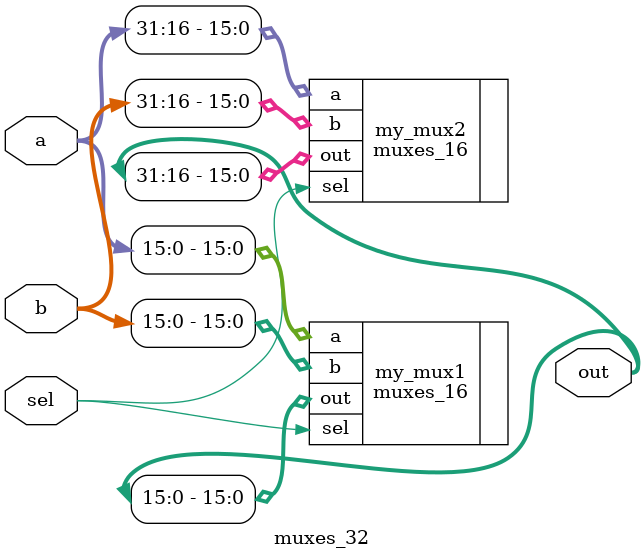
<source format=v>
module muxes_32(a, b, sel, out);

	input [31:0] a,b;
	input sel;
	output [31:0] out;
	
	muxes_16 my_mux1(.a(a[15:0]), .b(b[15:0]), .sel(sel), .out(out[15:0]));
	muxes_16 my_mux2(.a(a[31:16]), .b(b[31:16]), .sel(sel), .out(out[31:16]));

	
endmodule

</source>
